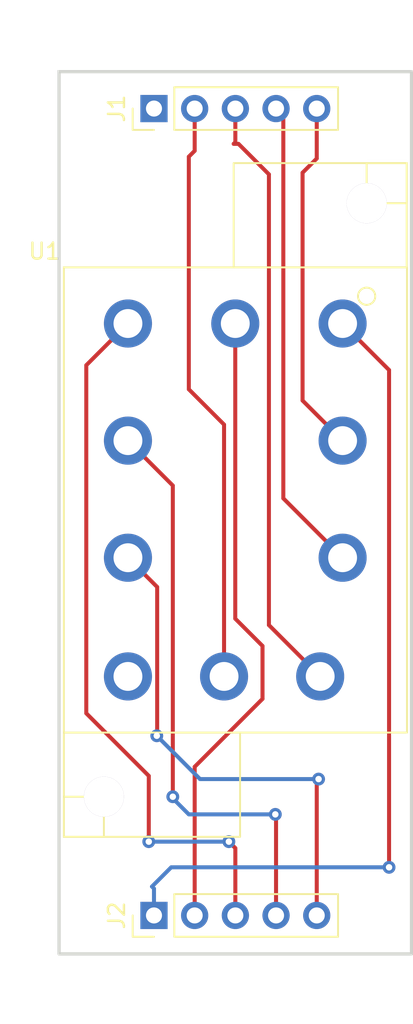
<source format=kicad_pcb>
(kicad_pcb (version 20211014) (generator pcbnew)
  (layers (0 "F.Cu" signal) (31 "B.Cu" signal) (34 "B.Paste" user) (35 "F.Paste" user) (36 "B.SilkS" user "B.Silkscreen") (37 "F.SilkS" user "F.Silkscreen") (38 "B.Mask" user) (39 "F.Mask" user) (44 "Edge.Cuts" user))
  (net 0 "")
  (net 2 "Net-(J1-Pad2)")
  (net 3 "Net-(J1-Pad3)")
  (net 4 "Net-(J1-Pad4)")
  (net 5 "Net-(J1-Pad5)")
  (net 6 "Net-(J2-Pad1)")
  (net 7 "Net-(J2-Pad2)")
  (net 8 "Net-(J2-Pad3)")
  (net 9 "Net-(J2-Pad4)")
  (net 10 "Net-(J2-Pad5)")
  (footprint "Connector_PinHeader_2.54mm:PinHeader_1x05_P2.54mm_Vertical" (layer "F.Cu") (at 161.725 52.3 90)
    (fp_text reference "J1" (at 0 -2.33 90) (layer "F.SilkS"))
    (fp_text value "Conn_01x05_Male")
    (fp_line (start 1.33 1.27) (end 1.33 11.49) (layer "F.SilkS") (width 0.12))
    (fp_line (start -1.33 0) (end -1.33 -1.33) (layer "F.SilkS") (width 0.12))
    (fp_line (start -1.33 11.49) (end 1.33 11.49) (layer "F.SilkS") (width 0.12))
    (fp_line (start -1.33 -1.33) (end 0 -1.33) (layer "F.SilkS") (width 0.12))
    (fp_line (start -1.33 1.27) (end 1.33 1.27) (layer "F.SilkS") (width 0.12))
    (fp_line (start -1.33 1.27) (end -1.33 11.49) (layer "F.SilkS") (width 0.12))
    (pad "1" thru_hole rect (at 0 0 90) (size 1.7 1.7) (drill 1) (layers *.Cu *.Mask))
    (pad "2" thru_hole oval (at 0 2.54 90) (size 1.7 1.7) (drill 1) (layers *.Cu *.Mask) (net 2 "Net-(J1-Pad2)"))
    (pad "3" thru_hole oval (at 0 5.08 90) (size 1.7 1.7) (drill 1) (layers *.Cu *.Mask) (net 3 "Net-(J1-Pad3)"))
    (pad "4" thru_hole oval (at 0 7.62 90) (size 1.7 1.7) (drill 1) (layers *.Cu *.Mask) (net 4 "Net-(J1-Pad4)"))
    (pad "5" thru_hole oval (at 0 10.16 90) (size 1.7 1.7) (drill 1) (layers *.Cu *.Mask) (net 5 "Net-(J1-Pad5)"))
  )
  (footprint "Connector_PinHeader_2.54mm:PinHeader_1x05_P2.54mm_Vertical" (layer "F.Cu") (at 161.725 102.6 90)
    (fp_text reference "J2" (at 0 -2.33 90) (layer "F.SilkS"))
    (fp_text value "Conn_01x05_Male")
    (fp_line (start -1.33 1.27) (end -1.33 11.49) (layer "F.SilkS") (width 0.12))
    (fp_line (start -1.33 0) (end -1.33 -1.33) (layer "F.SilkS") (width 0.12))
    (fp_line (start 1.33 1.27) (end 1.33 11.49) (layer "F.SilkS") (width 0.12))
    (fp_line (start -1.33 -1.33) (end 0 -1.33) (layer "F.SilkS") (width 0.12))
    (fp_line (start -1.33 1.27) (end 1.33 1.27) (layer "F.SilkS") (width 0.12))
    (fp_line (start -1.33 11.49) (end 1.33 11.49) (layer "F.SilkS") (width 0.12))
    (pad "1" thru_hole rect (at 0 0 90) (size 1.7 1.7) (drill 1) (layers *.Cu *.Mask) (net 6 "Net-(J2-Pad1)"))
    (pad "2" thru_hole oval (at 0 2.54 90) (size 1.7 1.7) (drill 1) (layers *.Cu *.Mask) (net 7 "Net-(J2-Pad2)"))
    (pad "3" thru_hole oval (at 0 5.08 90) (size 1.7 1.7) (drill 1) (layers *.Cu *.Mask) (net 8 "Net-(J2-Pad3)"))
    (pad "4" thru_hole oval (at 0 7.62 90) (size 1.7 1.7) (drill 1) (layers *.Cu *.Mask) (net 9 "Net-(J2-Pad4)"))
    (pad "5" thru_hole oval (at 0 10.16 90) (size 1.7 1.7) (drill 1) (layers *.Cu *.Mask) (net 10 "Net-(J2-Pad5)"))
  )
  (footprint "iel:iel-0-iv" (layer "F.Cu") (at 156.1 62.2)
    (fp_text reference "U1" (at -1.2 -1 unlocked) (layer "F.SilkS"))
    (fp_text value "iel-0-iv")
    (fp_rect (start 0 29) (end 11 35.5) (layer "F.SilkS") (width 0.12) (fill none))
    (fp_rect (start 21.4 -6.5) (end 18.9 -4) (layer "F.SilkS") (width 0.12) (fill none))
    (fp_rect (start 21.4 0) (end 10.6 -6.5) (layer "F.SilkS") (width 0.12) (fill none))
    (fp_rect (start 0 0) (end 21.42 29) (layer "F.SilkS") (width 0.12) (fill none))
    (fp_rect (start 0 35.5) (end 2.5 33) (layer "F.SilkS") (width 0.12) (fill none))
    (fp_circle (center 18.9 1.8) (end 19.4 2) (layer "F.SilkS") (width 0.12) (fill none))
    (pad "" thru_hole circle (at 18.9 -4) (size 2.5 2.5) (drill 2.5) (layers *.Cu *.Mask))
    (pad "" thru_hole circle (at 2.5 33) (size 2.5 2.5) (drill 2.5) (layers *.Cu *.Mask))
    (pad "0" thru_hole circle (at 17.4 3.5) (size 3 3) (drill 1.8) (layers *.Cu *.Mask) (net 6 "Net-(J2-Pad1)"))
    (pad "1" thru_hole circle (at 10.7 3.5) (size 3 3) (drill 1.8) (layers *.Cu *.Mask) (net 7 "Net-(J2-Pad2)"))
    (pad "2" thru_hole circle (at 4 3.5) (size 3 3) (drill 1.8) (layers *.Cu *.Mask) (net 8 "Net-(J2-Pad3)"))
    (pad "3" thru_hole circle (at 4 10.8) (size 3 3) (drill 1.8) (layers *.Cu *.Mask) (net 9 "Net-(J2-Pad4)"))
    (pad "4" thru_hole circle (at 4 18.1) (size 3 3) (drill 1.8) (layers *.Cu *.Mask) (net 10 "Net-(J2-Pad5)"))
    (pad "5" thru_hole circle (at 4 25.5) (size 3 3) (drill 1.8) (layers *.Cu *.Mask))
    (pad "6" thru_hole circle (at 10 25.5) (size 3 3) (drill 1.8) (layers *.Cu *.Mask) (net 2 "Net-(J1-Pad2)"))
    (pad "7" thru_hole circle (at 16 25.5) (size 3 3) (drill 1.8) (layers *.Cu *.Mask) (net 3 "Net-(J1-Pad3)"))
    (pad "8" thru_hole circle (at 17.4 18.1) (size 3 3) (drill 1.8) (layers *.Cu *.Mask) (net 4 "Net-(J1-Pad4)"))
    (pad "9" thru_hole circle (at 17.4 10.8) (size 3 3) (drill 1.8) (layers *.Cu *.Mask) (net 5 "Net-(J1-Pad5)"))
  )
  (gr_rect (start 155.8 50) (end 177.8 105) (layer "Edge.Cuts") (width 0.2) (fill none))
  (segment (start 166.1 72) (end 163.9 69.8) (width 0.25) (layer "F.Cu") (net 2))
  (segment (start 164.265 54.935) (end 164.265 52.3) (width 0.25) (layer "F.Cu") (net 2))
  (segment (start 166.1 87.7) (end 166.1 72) (width 0.25) (layer "F.Cu") (net 2))
  (segment (start 163.9 55.3) (end 164.265 54.935) (width 0.25) (layer "F.Cu") (net 2))
  (segment (start 163.9 69.8) (end 163.9 55.3) (width 0.25) (layer "F.Cu") (net 2))
  (segment (start 166.805 54.395) (end 166.805 52.3) (width 0.25) (layer "F.Cu") (net 3))
  (segment (start 167 54.5) (end 166.7 54.5) (width 0.25) (layer "F.Cu") (net 3))
  (segment (start 168.9 56.4) (end 167 54.5) (width 0.25) (layer "F.Cu") (net 3))
  (segment (start 168.9 84.5) (end 168.9 56.4) (width 0.25) (layer "F.Cu") (net 3))
  (segment (start 166.7 54.5) (end 166.805 54.395) (width 0.25) (layer "F.Cu") (net 3))
  (segment (start 172.1 87.7) (end 168.9 84.5) (width 0.25) (layer "F.Cu") (net 3))
  (segment (start 169.8 52.755) (end 169.345 52.3) (width 0.25) (layer "F.Cu") (net 4))
  (segment (start 169.8 76.6) (end 169.8 52.755) (width 0.25) (layer "F.Cu") (net 4))
  (segment (start 173.5 80.3) (end 169.8 76.6) (width 0.25) (layer "F.Cu") (net 4))
  (segment (start 171 56.3) (end 171.885 55.415) (width 0.25) (layer "F.Cu") (net 5))
  (segment (start 173.5 73) (end 171 70.5) (width 0.25) (layer "F.Cu") (net 5))
  (segment (start 171.885 55.415) (end 171.885 52.3) (width 0.25) (layer "F.Cu") (net 5))
  (segment (start 171 70.5) (end 171 56.3) (width 0.25) (layer "F.Cu") (net 5))
  (segment (start 176.4 68.6) (end 176.4 99.6) (width 0.25) (layer "F.Cu") (net 6))
  (segment (start 173.5 65.7) (end 176.4 68.6) (width 0.25) (layer "F.Cu") (net 6))
  (via (at 176.4 99.6) (size 0.8) (drill 0.4) (layers "F.Cu" "B.Cu") (net 6))
  (segment (start 176.4 99.6) (end 162.8 99.6) (width 0.25) (layer "B.Cu") (net 6))
  (segment (start 161.725 100.925) (end 161.725 102.6) (width 0.25) (layer "B.Cu") (net 6))
  (segment (start 161.6 100.8) (end 161.725 100.925) (width 0.25) (layer "B.Cu") (net 6))
  (segment (start 162.8 99.6) (end 161.6 100.8) (width 0.25) (layer "B.Cu") (net 6))
  (segment (start 164.265 93.335) (end 168.5 89.1) (width 0.25) (layer "F.Cu") (net 7))
  (segment (start 164.265 102.6) (end 164.265 93.335) (width 0.25) (layer "F.Cu") (net 7))
  (segment (start 168.5 89.1) (end 168.5 85.8) (width 0.25) (layer "F.Cu") (net 7))
  (segment (start 168.5 85.8) (end 166.8 84.1) (width 0.25) (layer "F.Cu") (net 7))
  (segment (start 166.8 84.1) (end 166.8 65.7) (width 0.25) (layer "F.Cu") (net 7))
  (segment (start 166.805 102.6) (end 166.805 98.405) (width 0.25) (layer "F.Cu") (net 8))
  (segment (start 161.4 98) (end 161.4 93.9) (width 0.25) (layer "F.Cu") (net 8))
  (segment (start 161.4 93.9) (end 157.5 90) (width 0.25) (layer "F.Cu") (net 8))
  (segment (start 157.5 90) (end 157.5 68.3) (width 0.25) (layer "F.Cu") (net 8))
  (segment (start 157.5 68.3) (end 160.1 65.7) (width 0.25) (layer "F.Cu") (net 8))
  (segment (start 166.805 98.405) (end 166.4 98) (width 0.25) (layer "F.Cu") (net 8))
  (via (at 166.4 98) (size 0.8) (drill 0.4) (layers "F.Cu" "B.Cu") (net 8))
  (via (at 161.4 98) (size 0.8) (drill 0.4) (layers "F.Cu" "B.Cu") (net 8))
  (segment (start 166.4 98) (end 161.4 98) (width 0.25) (layer "B.Cu") (net 8))
  (segment (start 162.9 95.2) (end 162.9 75.8) (width 0.25) (layer "F.Cu") (net 9))
  (segment (start 169.345 96.345) (end 169.3 96.3) (width 0.25) (layer "F.Cu") (net 9))
  (segment (start 169.345 102.6) (end 169.345 96.345) (width 0.25) (layer "F.Cu") (net 9))
  (segment (start 162.9 75.8) (end 160.1 73) (width 0.25) (layer "F.Cu") (net 9))
  (via (at 162.9 95.2) (size 0.8) (drill 0.4) (layers "F.Cu" "B.Cu") (net 9))
  (via (at 169.3 96.3) (size 0.8) (drill 0.4) (layers "F.Cu" "B.Cu") (net 9))
  (segment (start 162.9 95.3) (end 162.9 95.2) (width 0.25) (layer "B.Cu") (net 9))
  (segment (start 169.3 96.3) (end 163.9 96.3) (width 0.25) (layer "B.Cu") (net 9))
  (segment (start 163.9 96.3) (end 162.9 95.3) (width 0.25) (layer "B.Cu") (net 9))
  (segment (start 161.924511 82.124511) (end 160.1 80.3) (width 0.25) (layer "F.Cu") (net 10))
  (segment (start 161.924511 91.375489) (end 161.924511 82.124511) (width 0.25) (layer "F.Cu") (net 10))
  (segment (start 161.9 91.4) (end 161.924511 91.375489) (width 0.25) (layer "F.Cu") (net 10))
  (segment (start 171.885 94.215) (end 172 94.1) (width 0.25) (layer "F.Cu") (net 10))
  (segment (start 171.885 102.6) (end 171.885 94.215) (width 0.25) (layer "F.Cu") (net 10))
  (via (at 161.9 91.4) (size 0.8) (drill 0.4) (layers "F.Cu" "B.Cu") (net 10))
  (via (at 172 94.1) (size 0.8) (drill 0.4) (layers "F.Cu" "B.Cu") (net 10))
  (segment (start 172 94.1) (end 164.6 94.1) (width 0.25) (layer "B.Cu") (net 10))
  (segment (start 164.6 94.1) (end 161.9 91.4) (width 0.25) (layer "B.Cu") (net 10))
)
</source>
